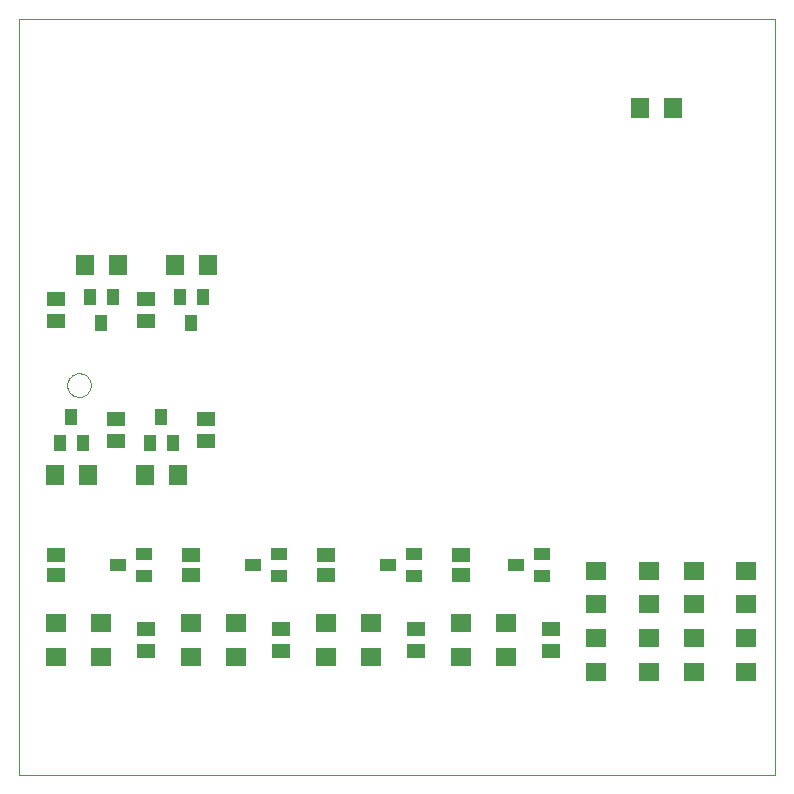
<source format=gtp>
G75*
G70*
%OFA0B0*%
%FSLAX24Y24*%
%IPPOS*%
%LPD*%
%AMOC8*
5,1,8,0,0,1.08239X$1,22.5*
%
%ADD10C,0.0000*%
%ADD11R,0.0630X0.0710*%
%ADD12R,0.0591X0.0512*%
%ADD13R,0.0394X0.0551*%
%ADD14R,0.0551X0.0394*%
%ADD15R,0.0710X0.0630*%
D10*
X000101Y000101D02*
X000101Y025298D01*
X025298Y025298D01*
X025298Y000101D01*
X000101Y000101D01*
X001707Y013101D02*
X001709Y013140D01*
X001715Y013179D01*
X001725Y013217D01*
X001738Y013254D01*
X001755Y013289D01*
X001775Y013323D01*
X001799Y013354D01*
X001826Y013383D01*
X001855Y013409D01*
X001887Y013432D01*
X001921Y013452D01*
X001957Y013468D01*
X001994Y013480D01*
X002033Y013489D01*
X002072Y013494D01*
X002111Y013495D01*
X002150Y013492D01*
X002189Y013485D01*
X002226Y013474D01*
X002263Y013460D01*
X002298Y013442D01*
X002331Y013421D01*
X002362Y013396D01*
X002390Y013369D01*
X002415Y013339D01*
X002437Y013306D01*
X002456Y013272D01*
X002471Y013236D01*
X002483Y013198D01*
X002491Y013160D01*
X002495Y013121D01*
X002495Y013081D01*
X002491Y013042D01*
X002483Y013004D01*
X002471Y012966D01*
X002456Y012930D01*
X002437Y012896D01*
X002415Y012863D01*
X002390Y012833D01*
X002362Y012806D01*
X002331Y012781D01*
X002298Y012760D01*
X002263Y012742D01*
X002226Y012728D01*
X002189Y012717D01*
X002150Y012710D01*
X002111Y012707D01*
X002072Y012708D01*
X002033Y012713D01*
X001994Y012722D01*
X001957Y012734D01*
X001921Y012750D01*
X001887Y012770D01*
X001855Y012793D01*
X001826Y012819D01*
X001799Y012848D01*
X001775Y012879D01*
X001755Y012913D01*
X001738Y012948D01*
X001725Y012985D01*
X001715Y013023D01*
X001709Y013062D01*
X001707Y013101D01*
D11*
X001291Y010101D03*
X002411Y010101D03*
X004291Y010101D03*
X005411Y010101D03*
X005291Y017101D03*
X006411Y017101D03*
X003411Y017101D03*
X002291Y017101D03*
X020791Y022351D03*
X021911Y022351D03*
D12*
X014851Y007435D03*
X014851Y006766D03*
X013351Y004975D03*
X013351Y004227D03*
X010351Y006766D03*
X010351Y007435D03*
X008851Y004975D03*
X008851Y004227D03*
X005851Y006766D03*
X005851Y007435D03*
X004351Y004975D03*
X004351Y004227D03*
X001351Y006766D03*
X001351Y007435D03*
X003351Y011227D03*
X003351Y011975D03*
X006351Y011975D03*
X006351Y011227D03*
X004351Y015227D03*
X004351Y015975D03*
X001351Y015975D03*
X001351Y015227D03*
X017851Y004975D03*
X017851Y004227D03*
D13*
X005851Y015168D03*
X006225Y016034D03*
X005477Y016034D03*
X003225Y016034D03*
X002477Y016034D03*
X002851Y015168D03*
X001851Y012034D03*
X002225Y011168D03*
X001477Y011168D03*
X004477Y011168D03*
X005225Y011168D03*
X004851Y012034D03*
D14*
X004284Y007475D03*
X004284Y006727D03*
X003418Y007101D03*
X007918Y007101D03*
X008784Y007475D03*
X008784Y006727D03*
X012418Y007101D03*
X013284Y007475D03*
X013284Y006727D03*
X016668Y007101D03*
X017534Y007475D03*
X017534Y006727D03*
D15*
X016351Y005161D03*
X016351Y004041D03*
X014851Y004041D03*
X014851Y005161D03*
X011851Y005161D03*
X011851Y004041D03*
X010351Y004041D03*
X010351Y005161D03*
X007351Y005161D03*
X007351Y004041D03*
X005851Y004041D03*
X005851Y005161D03*
X002851Y005161D03*
X002851Y004041D03*
X001351Y004041D03*
X001351Y005161D03*
X019351Y004661D03*
X019351Y005791D03*
X019351Y006911D03*
X021101Y006911D03*
X021101Y005791D03*
X021101Y004661D03*
X021101Y003541D03*
X022601Y003541D03*
X022601Y004661D03*
X022601Y005791D03*
X022601Y006911D03*
X024351Y006911D03*
X024351Y005791D03*
X024351Y004661D03*
X024351Y003541D03*
X019351Y003541D03*
M02*

</source>
